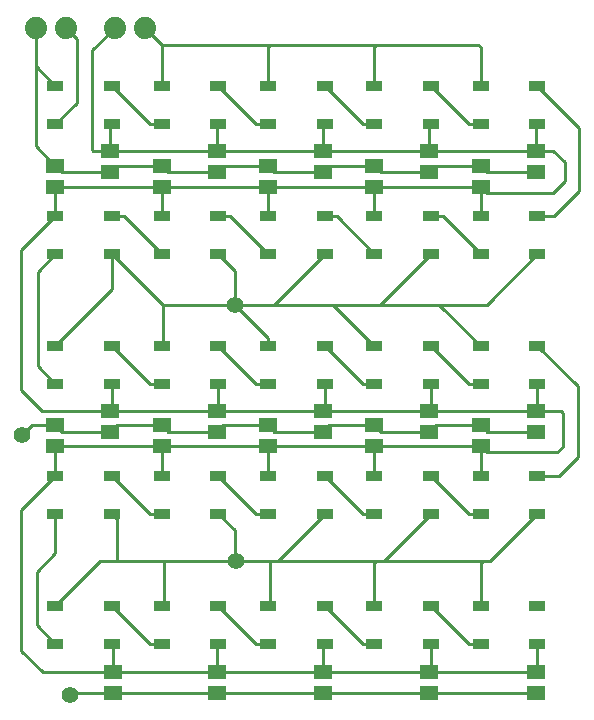
<source format=gtl>
G04 EAGLE Gerber RS-274X export*
G75*
%MOMM*%
%FSLAX34Y34*%
%LPD*%
%AMOC8*
5,1,8,0,0,1.08239X$1,22.5*%
G01*
%ADD10R,1.350000X0.950000*%
%ADD11R,1.498600X1.168400*%
%ADD12C,1.879600*%
%ADD13C,0.254000*%
%ADD14C,1.400000*%


D10*
X86000Y933000D03*
X86000Y965000D03*
X38000Y965000D03*
X38000Y933000D03*
X38000Y855000D03*
X38000Y823000D03*
X86000Y823000D03*
X86000Y855000D03*
X86000Y713000D03*
X86000Y745000D03*
X38000Y745000D03*
X38000Y713000D03*
X176000Y713000D03*
X176000Y745000D03*
X128000Y745000D03*
X128000Y713000D03*
X266000Y713000D03*
X266000Y745000D03*
X218000Y745000D03*
X218000Y713000D03*
X356000Y713000D03*
X356000Y745000D03*
X308000Y745000D03*
X308000Y713000D03*
X446000Y713000D03*
X446000Y745000D03*
X398000Y745000D03*
X398000Y713000D03*
X398000Y635000D03*
X398000Y603000D03*
X446000Y603000D03*
X446000Y635000D03*
X308000Y635000D03*
X308000Y603000D03*
X356000Y603000D03*
X356000Y635000D03*
X218000Y635000D03*
X218000Y603000D03*
X266000Y603000D03*
X266000Y635000D03*
X128000Y635000D03*
X128000Y603000D03*
X176000Y603000D03*
X176000Y635000D03*
X176000Y933000D03*
X176000Y965000D03*
X128000Y965000D03*
X128000Y933000D03*
X38000Y635000D03*
X38000Y603000D03*
X86000Y603000D03*
X86000Y635000D03*
X86000Y493000D03*
X86000Y525000D03*
X38000Y525000D03*
X38000Y493000D03*
X176000Y493000D03*
X176000Y525000D03*
X128000Y525000D03*
X128000Y493000D03*
X266000Y493000D03*
X266000Y525000D03*
X218000Y525000D03*
X218000Y493000D03*
X356000Y493000D03*
X356000Y525000D03*
X308000Y525000D03*
X308000Y493000D03*
X446000Y493000D03*
X446000Y525000D03*
X398000Y525000D03*
X398000Y493000D03*
X266000Y933000D03*
X266000Y965000D03*
X218000Y965000D03*
X218000Y933000D03*
X356000Y933000D03*
X356000Y965000D03*
X308000Y965000D03*
X308000Y933000D03*
X446000Y933000D03*
X446000Y965000D03*
X398000Y965000D03*
X398000Y933000D03*
X398000Y855000D03*
X398000Y823000D03*
X446000Y823000D03*
X446000Y855000D03*
X308000Y855000D03*
X308000Y823000D03*
X356000Y823000D03*
X356000Y855000D03*
X218000Y855000D03*
X218000Y823000D03*
X266000Y823000D03*
X266000Y855000D03*
X128000Y855000D03*
X128000Y823000D03*
X176000Y823000D03*
X176000Y855000D03*
D11*
X84500Y892610D03*
X84500Y910390D03*
X38000Y897890D03*
X38000Y880110D03*
X84500Y672610D03*
X84500Y690390D03*
X174500Y672610D03*
X174500Y690390D03*
X264500Y672610D03*
X264500Y690390D03*
X354500Y672610D03*
X354500Y690390D03*
X444500Y672610D03*
X444500Y690390D03*
X398000Y677890D03*
X398000Y660110D03*
X308000Y677890D03*
X308000Y660110D03*
X218000Y677890D03*
X218000Y660110D03*
X128000Y677890D03*
X128000Y660110D03*
X174500Y892610D03*
X174500Y910390D03*
X38000Y677890D03*
X38000Y660110D03*
X87000Y451110D03*
X87000Y468890D03*
X174500Y451110D03*
X174500Y468890D03*
X264500Y451110D03*
X264500Y468890D03*
X354500Y451110D03*
X354500Y468890D03*
X444500Y451110D03*
X444500Y468890D03*
X264500Y892610D03*
X264500Y910390D03*
X354500Y892610D03*
X354500Y910390D03*
X444500Y892610D03*
X444500Y910390D03*
X398000Y897890D03*
X398000Y880110D03*
X308000Y897890D03*
X308000Y880110D03*
X218000Y897890D03*
X218000Y880110D03*
X128000Y897890D03*
X128000Y880110D03*
D12*
X88000Y1014600D03*
X113400Y1014600D03*
X46500Y1014400D03*
X21100Y1014400D03*
D13*
X113400Y1014600D02*
X128000Y1000000D01*
X128000Y965000D01*
X128000Y1000000D02*
X220000Y1000000D01*
X310000Y1000000D01*
X403280Y892610D02*
X444500Y892610D01*
X403280Y892610D02*
X398000Y897890D01*
X359780Y897890D01*
X354500Y892610D01*
X313280Y892610D01*
X308000Y897890D01*
X269780Y897890D01*
X264500Y892610D01*
X223280Y892610D01*
X218000Y897890D01*
X179780Y897890D01*
X174500Y892610D01*
X133280Y892610D01*
X128000Y897890D01*
X89780Y897890D01*
X84500Y892610D01*
X43280Y892610D01*
X38945Y896945D01*
X38000Y897890D01*
X86000Y793000D02*
X38000Y745000D01*
X86000Y793000D02*
X86000Y823000D01*
X403280Y672610D02*
X444500Y672610D01*
X403280Y672610D02*
X398000Y677890D01*
X359780Y677890D01*
X354500Y672610D01*
X313280Y672610D01*
X308000Y677890D01*
X269780Y677890D01*
X264500Y672610D01*
X223280Y672610D01*
X218000Y677890D01*
X179780Y677890D01*
X174500Y672610D01*
X133280Y672610D01*
X128000Y677890D01*
X89780Y677890D01*
X84500Y672610D01*
X43280Y672610D01*
X38000Y677890D01*
X87000Y451110D02*
X174500Y451110D01*
X264500Y451110D01*
X354500Y451110D01*
X444500Y451110D01*
X220000Y527000D02*
X218000Y525000D01*
X218000Y965000D02*
X218000Y998000D01*
X220000Y1000000D01*
X308000Y998000D02*
X308000Y965000D01*
X308000Y998000D02*
X310000Y1000000D01*
X398000Y998000D02*
X398000Y965000D01*
X398000Y998000D02*
X396000Y1000000D01*
X310000Y1000000D01*
D14*
X190000Y780000D03*
D13*
X190000Y809000D02*
X176000Y823000D01*
X190000Y809000D02*
X190000Y780000D01*
X129000Y780000D01*
X86000Y823000D01*
X129000Y746000D02*
X128000Y745000D01*
X129000Y746000D02*
X129000Y780000D01*
X218000Y752000D02*
X218000Y745000D01*
X218000Y752000D02*
X190000Y780000D01*
X223000Y780000D02*
X266000Y823000D01*
X223000Y780000D02*
X190000Y780000D01*
X313000Y780000D02*
X356000Y823000D01*
X313000Y780000D02*
X310000Y780000D01*
X260000Y780000D01*
X223000Y780000D01*
X273000Y780000D02*
X308000Y745000D01*
X273000Y780000D02*
X260000Y780000D01*
X403000Y780000D02*
X446000Y823000D01*
X403000Y780000D02*
X360000Y780000D01*
X310000Y780000D01*
X363000Y780000D02*
X398000Y745000D01*
X363000Y780000D02*
X360000Y780000D01*
D14*
X191000Y563000D03*
D13*
X76000Y563000D02*
X38000Y525000D01*
X76000Y563000D02*
X90000Y563000D01*
X130000Y563000D01*
X190000Y563000D01*
X191000Y563000D01*
X90000Y599000D02*
X86000Y603000D01*
X90000Y599000D02*
X90000Y563000D01*
X128000Y525000D02*
X130000Y527000D01*
X130000Y563000D01*
X190000Y563000D02*
X190000Y589000D01*
X226000Y563000D02*
X266000Y603000D01*
X226000Y563000D02*
X220000Y563000D01*
X190000Y563000D01*
X220000Y527000D02*
X218000Y525000D01*
X220000Y527000D02*
X220000Y563000D01*
X316000Y563000D02*
X356000Y603000D01*
X316000Y563000D02*
X310000Y563000D01*
X220000Y563000D01*
X308000Y561000D02*
X308000Y525000D01*
X308000Y561000D02*
X310000Y563000D01*
X406000Y563000D02*
X446000Y603000D01*
X406000Y563000D02*
X400000Y563000D01*
X310000Y563000D01*
X398000Y561000D02*
X398000Y525000D01*
X398000Y561000D02*
X400000Y563000D01*
D14*
X50000Y450000D03*
D13*
X51110Y451110D02*
X87000Y451110D01*
X51110Y451110D02*
X50000Y450000D01*
X38000Y965000D02*
X21100Y981900D01*
X21100Y1014400D01*
X21100Y914790D02*
X38000Y897890D01*
X21100Y914790D02*
X21100Y981900D01*
X176000Y603000D02*
X190000Y589000D01*
D14*
X10000Y670000D03*
D13*
X17890Y677890D02*
X38000Y677890D01*
X17890Y677890D02*
X10000Y670000D01*
X38000Y933000D02*
X56000Y951000D01*
X56000Y1004900D02*
X46500Y1014400D01*
X56000Y1004900D02*
X56000Y951000D01*
X69000Y995600D02*
X88000Y1014600D01*
X69000Y995600D02*
X69000Y911000D01*
X70000Y910000D01*
X84110Y910000D01*
X84500Y910390D01*
X174500Y910390D01*
X264500Y910390D01*
X354500Y910390D01*
X444500Y910390D01*
X84500Y910390D02*
X84500Y931500D01*
X86000Y933000D01*
X174500Y931500D02*
X174500Y910390D01*
X174500Y931500D02*
X176000Y933000D01*
X264500Y931500D02*
X264500Y910390D01*
X264500Y931500D02*
X266000Y933000D01*
X354500Y931500D02*
X354500Y910390D01*
X354500Y931500D02*
X356000Y933000D01*
X444500Y931500D02*
X444500Y910390D01*
X444500Y931500D02*
X446000Y933000D01*
X444500Y910390D02*
X459610Y910390D01*
X469000Y901000D02*
X469000Y885000D01*
X459000Y875000D01*
X403110Y875000D02*
X398000Y880110D01*
X459610Y910390D02*
X469000Y901000D01*
X459000Y875000D02*
X403110Y875000D01*
X398000Y880110D02*
X308000Y880110D01*
X218000Y880110D01*
X128000Y880110D01*
X38000Y880110D01*
X398000Y880110D02*
X398000Y855000D01*
X308000Y855000D02*
X308000Y880110D01*
X218000Y880110D02*
X218000Y855000D01*
X128000Y855000D02*
X128000Y880110D01*
X38000Y880110D02*
X38000Y855000D01*
X9000Y826000D01*
X26610Y690390D02*
X84500Y690390D01*
X9000Y708000D02*
X9000Y826000D01*
X9000Y708000D02*
X26610Y690390D01*
X84500Y690390D02*
X174500Y690390D01*
X264500Y690390D01*
X354500Y690390D01*
X444500Y690390D01*
X86000Y691890D02*
X84500Y690390D01*
X86000Y691890D02*
X86000Y713000D01*
X174500Y690390D02*
X176000Y691890D01*
X176000Y713000D01*
X264500Y690390D02*
X266000Y691890D01*
X266000Y713000D01*
X354500Y690390D02*
X356000Y691890D01*
X356000Y713000D01*
X444500Y690390D02*
X446000Y691890D01*
X446000Y713000D01*
X444500Y690390D02*
X444890Y690000D01*
X466000Y690000D01*
X468000Y688000D01*
X468000Y660000D01*
X463000Y655000D01*
X403110Y655000D02*
X398000Y660110D01*
X403110Y655000D02*
X463000Y655000D01*
X398000Y660110D02*
X308000Y660110D01*
X218000Y660110D01*
X128000Y660110D01*
X38000Y660110D01*
X38000Y635000D01*
X128000Y635000D02*
X128000Y660110D01*
X218000Y660110D02*
X218000Y635000D01*
X308000Y635000D02*
X308000Y660110D01*
X398000Y660110D02*
X398000Y635000D01*
X38000Y635000D02*
X9000Y606000D01*
X9000Y487000D01*
X27110Y468890D01*
X87000Y468890D01*
X174500Y468890D01*
X264500Y468890D01*
X354500Y468890D01*
X356000Y470390D01*
X356000Y493000D01*
X264500Y491500D02*
X264500Y468890D01*
X264500Y491500D02*
X266000Y493000D01*
X174500Y491500D02*
X174500Y468890D01*
X174500Y491500D02*
X176000Y493000D01*
X87000Y492000D02*
X87000Y468890D01*
X87000Y492000D02*
X86000Y493000D01*
X354500Y468890D02*
X444500Y468890D01*
X446000Y470390D01*
X446000Y493000D01*
X398000Y823000D02*
X366000Y855000D01*
X356000Y855000D01*
X208000Y933000D02*
X176000Y965000D01*
X208000Y933000D02*
X218000Y933000D01*
X266000Y965000D02*
X298000Y933000D01*
X308000Y933000D01*
X356000Y965000D02*
X388000Y933000D01*
X398000Y933000D01*
X446000Y965000D02*
X481000Y930000D01*
X481000Y876000D01*
X460000Y855000D01*
X446000Y855000D01*
X308000Y823000D02*
X276000Y855000D01*
X266000Y855000D01*
X218000Y823000D02*
X186000Y855000D01*
X176000Y855000D01*
X128000Y823000D02*
X96000Y855000D01*
X86000Y855000D01*
X38000Y823000D02*
X23000Y808000D01*
X23000Y728000D01*
X38000Y713000D01*
X86000Y745000D02*
X118000Y713000D01*
X128000Y713000D01*
X176000Y745000D02*
X208000Y713000D01*
X218000Y713000D01*
X266000Y745000D02*
X298000Y713000D01*
X308000Y713000D01*
X356000Y745000D02*
X388000Y713000D01*
X398000Y713000D01*
X446000Y745000D02*
X480000Y711000D01*
X480000Y651000D01*
X464000Y635000D01*
X446000Y635000D01*
X388000Y603000D02*
X356000Y635000D01*
X388000Y603000D02*
X398000Y603000D01*
X298000Y603000D02*
X266000Y635000D01*
X298000Y603000D02*
X308000Y603000D01*
X208000Y603000D02*
X176000Y635000D01*
X208000Y603000D02*
X218000Y603000D01*
X118000Y603000D02*
X86000Y635000D01*
X118000Y603000D02*
X128000Y603000D01*
X38000Y603000D02*
X38000Y570000D01*
X22000Y554000D02*
X22000Y509000D01*
X38000Y493000D01*
X22000Y554000D02*
X38000Y570000D01*
X86000Y525000D02*
X118000Y493000D01*
X128000Y493000D01*
X176000Y525000D02*
X208000Y493000D01*
X218000Y493000D01*
X266000Y525000D02*
X298000Y493000D01*
X308000Y493000D01*
X356000Y525000D02*
X388000Y493000D01*
X398000Y493000D01*
X118000Y933000D02*
X86000Y965000D01*
X118000Y933000D02*
X128000Y933000D01*
M02*

</source>
